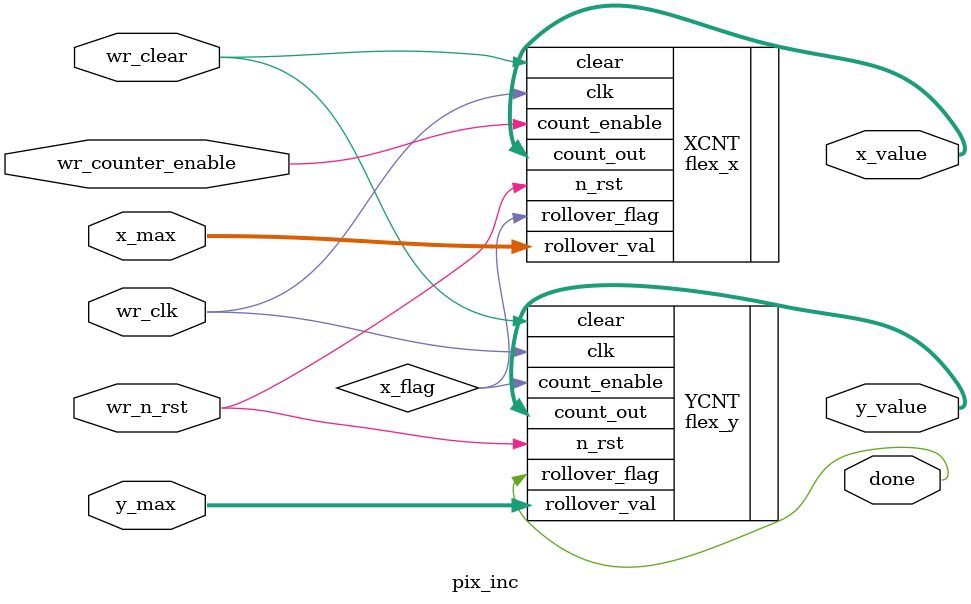
<source format=sv>

module pix_inc
#(
	parameter NUM_X_BITS = 4,
	parameter NUM_Y_BITS = 4
)

(
	input wire wr_clk, //wr = wrapper variable
	input wire wr_n_rst,
	input wire wr_counter_enable,
	input wire [NUM_X_BITS-1:0] x_max,
	input wire [NUM_Y_BITS-1:0] y_max,
	input wire wr_clear,

	output reg [NUM_X_BITS-1:0] x_value,
	output reg [NUM_Y_BITS-1:0] y_value,
	output reg done
);

reg x_count_out;
reg x_flag;

flex_x XCNT
(
	.clk(wr_clk),
	.n_rst(wr_n_rst),
	.clear(wr_clear),
	.count_enable(wr_counter_enable),
	.rollover_val(x_max),

	.count_out(x_value),
	.rollover_flag(x_flag)
);

flex_y YCNT
(
	.clk(wr_clk),
	.n_rst(wr_n_rst),
	.clear(wr_clear),
	.count_enable(x_flag),
	.rollover_val(y_max),

	.count_out(y_value),
	.rollover_flag(done)
);

endmodule


</source>
